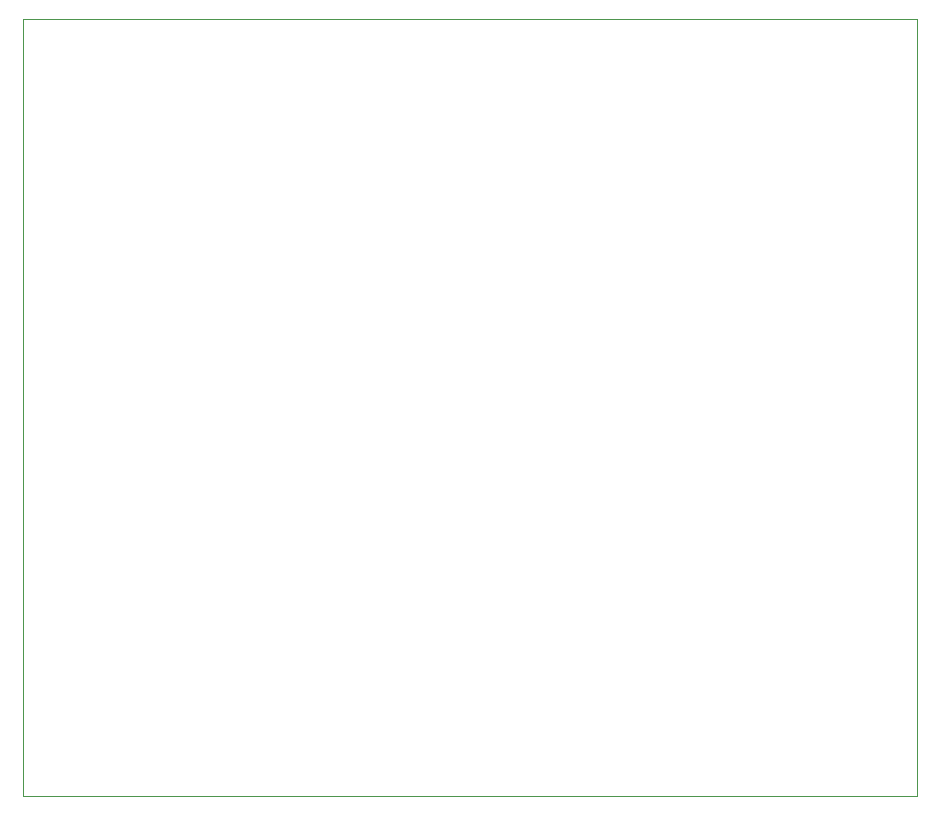
<source format=gbr>
%TF.GenerationSoftware,KiCad,Pcbnew,(5.1.7)-1*%
%TF.CreationDate,2020-12-01T10:33:42+01:00*%
%TF.ProjectId,HeatController,48656174-436f-46e7-9472-6f6c6c65722e,rev?*%
%TF.SameCoordinates,Original*%
%TF.FileFunction,Profile,NP*%
%FSLAX46Y46*%
G04 Gerber Fmt 4.6, Leading zero omitted, Abs format (unit mm)*
G04 Created by KiCad (PCBNEW (5.1.7)-1) date 2020-12-01 10:33:42*
%MOMM*%
%LPD*%
G01*
G04 APERTURE LIST*
%TA.AperFunction,Profile*%
%ADD10C,0.050000*%
%TD*%
G04 APERTURE END LIST*
D10*
X226060000Y-116586000D02*
X226060000Y-50800000D01*
X150368000Y-116586000D02*
X226060000Y-116586000D01*
X150368000Y-50800000D02*
X150368000Y-116586000D01*
X226060000Y-50800000D02*
X150368000Y-50800000D01*
M02*

</source>
